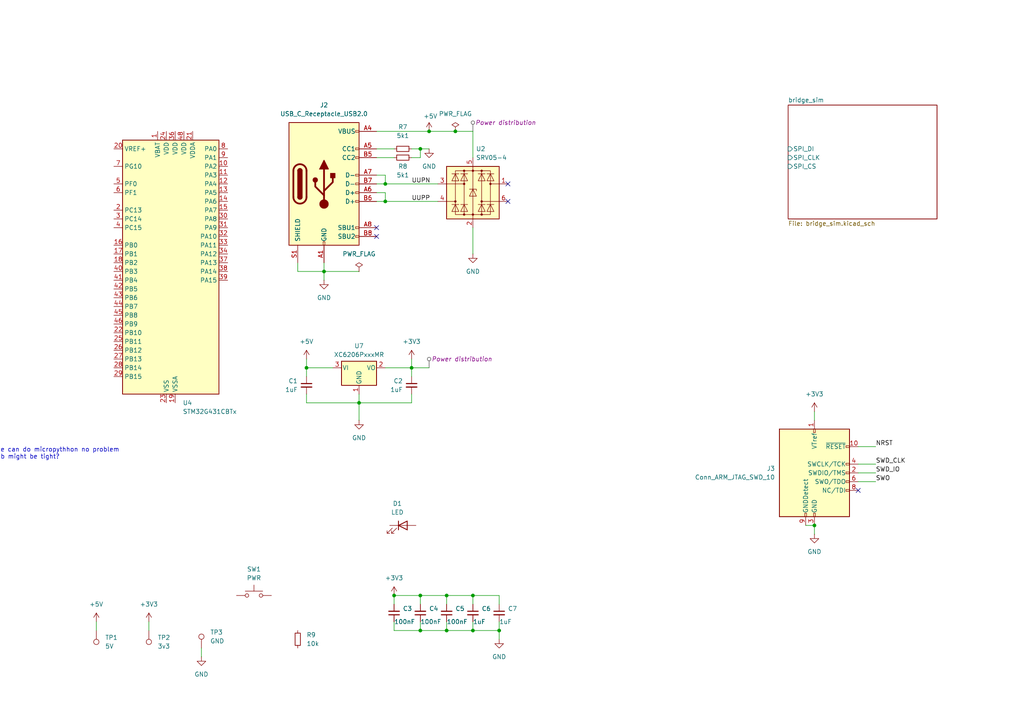
<source format=kicad_sch>
(kicad_sch (version 20231120) (generator "eeschema") (generator_version "8.0")
  (paper "A4")
  (lib_symbols
    (symbol "Connector:Conn_ARM_JTAG_SWD_10" (pin_names (offset 1.016))
      (property "Reference" "J" (at -2.54 16.51 0))
      (property "Value" "Conn_ARM_JTAG_SWD_10" (at -2.54 13.97 0))
      (symbol "Conn_ARM_JTAG_SWD_10_0_1"
        (rectangle (start -10.16 12.7) (end 10.16 -12.7) (stroke (width 0.254)) (fill (type background)))
        (rectangle (start -2.794 -12.7) (end -2.286 -11.684))
        (rectangle (start -0.254 -12.7) (end 0.254 -11.684))
        (rectangle (start -0.254 12.7) (end 0.254 11.684))
        (rectangle (start 9.144 2.286) (end 10.16 2.794))
        (rectangle (start 10.16 -2.794) (end 9.144 -2.286))
        (rectangle (start 10.16 -0.254) (end 9.144 0.254))
        (rectangle (start 10.16 7.874) (end 9.144 7.366))
      )
      (symbol "Conn_ARM_JTAG_SWD_10_1_1"
        (rectangle (start 9.144 -5.334) (end 10.16 -4.826))
        (pin power_in line (at 0 15.24 270) (length 2.54) (name "VTref") (number "1"))
        (pin open_collector line (at 12.7 7.62 180) (length 2.54) (name "~{RESET}") (number "10"))
        (pin bidirectional line (at 12.7 0 180) (length 2.54) (name "SWDIO/TMS") (number "2"))
        (pin power_in line (at 0 -15.24 90) (length 2.54) (name "GND") (number "3"))
        (pin output line (at 12.7 2.54 180) (length 2.54) (name "SWCLK/TCK") (number "4"))
        (pin passive line (at 0 -15.24 90) (length 2.54) hide (name "GND") (number "5"))
        (pin input line (at 12.7 -2.54 180) (length 2.54) (name "SWO/TDO") (number "6"))
        (pin no_connect line (at -10.16 0 0) (length 2.54) hide (name "KEY") (number "7"))
        (pin output line (at 12.7 -5.08 180) (length 2.54) (name "NC/TDI") (number "8"))
        (pin passive line (at -2.54 -15.24 90) (length 2.54) (name "GNDDetect") (number "9"))
      )
    )
    (symbol "Connector:TestPoint" (pin_numbers hide) (pin_names (offset 0.762) hide)
      (property "Reference" "TP" (at 0 6.858 0))
      (property "Value" "TestPoint" (at 0 5.08 0))
      (symbol "TestPoint_0_1"
        (circle (center 0 3.302) (radius 0.762))
      )
      (symbol "TestPoint_1_1"
        (pin passive line (at 0 0 90) (length 2.54) (name "1") (number "1"))
      )
    )
    (symbol "Connector:USB_C_Receptacle_USB2.0" (pin_names (offset 1.016))
      (property "Reference" "J" (at -10.16 19.05 0))
      (property "Value" "USB_C_Receptacle_USB2.0" (at 19.05 19.05 0))
      (symbol "USB_C_Receptacle_USB2.0_0_0"
        (rectangle (start -0.254 -17.78) (end 0.254 -16.764))
        (rectangle (start 10.16 -14.986) (end 9.144 -15.494))
        (rectangle (start 10.16 -12.446) (end 9.144 -12.954))
        (rectangle (start 10.16 -4.826) (end 9.144 -5.334))
        (rectangle (start 10.16 -2.286) (end 9.144 -2.794))
        (rectangle (start 10.16 0.254) (end 9.144 -0.254))
        (rectangle (start 10.16 2.794) (end 9.144 2.286))
        (rectangle (start 10.16 7.874) (end 9.144 7.366))
        (rectangle (start 10.16 10.414) (end 9.144 9.906))
        (rectangle (start 10.16 15.494) (end 9.144 14.986))
      )
      (symbol "USB_C_Receptacle_USB2.0_0_1"
        (rectangle (start -10.16 17.78) (end 10.16 -17.78) (stroke (width 0.254)) (fill (type background)))
        (arc (start -8.89 -3.81) (mid -6.985 -5.7067) (end -5.08 -3.81) (stroke (width 0.508)))
        (arc (start -7.62 -3.81) (mid -6.985 -4.4423) (end -6.35 -3.81) (stroke (width 0.254)))
        (arc (start -7.62 -3.81) (mid -6.985 -4.4423) (end -6.35 -3.81) (stroke (width 0.254)) (fill (type outline)))
        (rectangle (start -7.62 -3.81) (end -6.35 3.81) (stroke (width 0.254)) (fill (type outline)))
        (arc (start -6.35 3.81) (mid -6.985 4.4423) (end -7.62 3.81) (stroke (width 0.254)))
        (arc (start -6.35 3.81) (mid -6.985 4.4423) (end -7.62 3.81) (stroke (width 0.254)) (fill (type outline)))
        (arc (start -5.08 3.81) (mid -6.985 5.7067) (end -8.89 3.81) (stroke (width 0.508)))
        (circle (center -2.54 1.143) (radius 0.635) (stroke (width 0.254)) (fill (type outline)))
        (circle (center 0 -5.842) (radius 1.27) (fill (type outline)))
        (polyline (pts (xy -8.89 -3.81) (xy -8.89 3.81)) (stroke (width 0.508)))
        (polyline (pts (xy -5.08 3.81) (xy -5.08 -3.81)) (stroke (width 0.508)))
        (polyline (pts (xy 0 -5.842) (xy 0 4.318)) (stroke (width 0.508)))
        (polyline (pts (xy 0 -3.302) (xy -2.54 -0.762) (xy -2.54 0.508)) (stroke (width 0.508)))
        (polyline (pts (xy 0 -2.032) (xy 2.54 0.508) (xy 2.54 1.778)) (stroke (width 0.508)))
        (polyline (pts (xy -1.27 4.318) (xy 0 6.858) (xy 1.27 4.318) (xy -1.27 4.318)) (stroke (width 0.254)) (fill (type outline)))
        (rectangle (start 1.905 1.778) (end 3.175 3.048) (stroke (width 0.254)) (fill (type outline)))
      )
      (symbol "USB_C_Receptacle_USB2.0_1_1"
        (pin passive line (at 0 -22.86 90) (length 5.08) (name "GND") (number "A1"))
        (pin passive line (at 0 -22.86 90) (length 5.08) hide (name "GND") (number "A12"))
        (pin passive line (at 15.24 15.24 180) (length 5.08) (name "VBUS") (number "A4"))
        (pin bidirectional line (at 15.24 10.16 180) (length 5.08) (name "CC1") (number "A5"))
        (pin bidirectional line (at 15.24 -2.54 180) (length 5.08) (name "D+") (number "A6"))
        (pin bidirectional line (at 15.24 2.54 180) (length 5.08) (name "D-") (number "A7"))
        (pin bidirectional line (at 15.24 -12.7 180) (length 5.08) (name "SBU1") (number "A8"))
        (pin passive line (at 15.24 15.24 180) (length 5.08) hide (name "VBUS") (number "A9"))
        (pin passive line (at 0 -22.86 90) (length 5.08) hide (name "GND") (number "B1"))
        (pin passive line (at 0 -22.86 90) (length 5.08) hide (name "GND") (number "B12"))
        (pin passive line (at 15.24 15.24 180) (length 5.08) hide (name "VBUS") (number "B4"))
        (pin bidirectional line (at 15.24 7.62 180) (length 5.08) (name "CC2") (number "B5"))
        (pin bidirectional line (at 15.24 -5.08 180) (length 5.08) (name "D+") (number "B6"))
        (pin bidirectional line (at 15.24 0 180) (length 5.08) (name "D-") (number "B7"))
        (pin bidirectional line (at 15.24 -15.24 180) (length 5.08) (name "SBU2") (number "B8"))
        (pin passive line (at 15.24 15.24 180) (length 5.08) hide (name "VBUS") (number "B9"))
        (pin passive line (at -7.62 -22.86 90) (length 5.08) (name "SHIELD") (number "S1"))
      )
    )
    (symbol "Device:C_Small" (pin_numbers hide) (pin_names (offset 0.254) hide)
      (property "Reference" "C" (at 0.254 1.778 0))
      (property "Value" "C_Small" (at 0.254 -2.032 0))
      (symbol "C_Small_0_1"
        (polyline (pts (xy -1.524 -0.508) (xy 1.524 -0.508)) (stroke (width 0.3302)))
        (polyline (pts (xy -1.524 0.508) (xy 1.524 0.508)) (stroke (width 0.3048)))
      )
      (symbol "C_Small_1_1"
        (pin passive line (at 0 2.54 270) (length 2.032) (name "~") (number "1"))
        (pin passive line (at 0 -2.54 90) (length 2.032) (name "~") (number "2"))
      )
    )
    (symbol "Device:LED" (pin_numbers hide) (pin_names (offset 1.016) hide)
      (property "Reference" "D" (at 0 2.54 0))
      (property "Value" "LED" (at 0 -2.54 0))
      (symbol "LED_0_1"
        (polyline (pts (xy -1.27 -1.27) (xy -1.27 1.27)) (stroke (width 0.254)))
        (polyline (pts (xy -1.27 0) (xy 1.27 0)))
        (polyline (pts (xy 1.27 -1.27) (xy 1.27 1.27) (xy -1.27 0) (xy 1.27 -1.27)) (stroke (width 0.254)))
        (polyline (pts (xy -3.048 -0.762) (xy -4.572 -2.286) (xy -3.81 -2.286) (xy -4.572 -2.286) (xy -4.572 -1.524)))
        (polyline (pts (xy -1.778 -0.762) (xy -3.302 -2.286) (xy -2.54 -2.286) (xy -3.302 -2.286) (xy -3.302 -1.524)))
      )
      (symbol "LED_1_1"
        (pin passive line (at -3.81 0 0) (length 2.54) (name "K") (number "1"))
        (pin passive line (at 3.81 0 180) (length 2.54) (name "A") (number "2"))
      )
    )
    (symbol "Device:R_Small" (pin_numbers hide) (pin_names (offset 0.254) hide)
      (property "Reference" "R" (at 0.762 0.508 0))
      (property "Value" "R_Small" (at 0.762 -1.016 0))
      (symbol "R_Small_0_1"
        (rectangle (start -0.762 1.778) (end 0.762 -1.778) (stroke (width 0.2032)))
      )
      (symbol "R_Small_1_1"
        (pin passive line (at 0 2.54 270) (length 0.762) (name "~") (number "1"))
        (pin passive line (at 0 -2.54 90) (length 0.762) (name "~") (number "2"))
      )
    )
    (symbol "MCU_ST_STM32F4:STM32F411CEUx"
      (property "Reference" "U" (at -12.7 39.37 0))
      (property "Value" "STM32F411CEUx" (at 10.16 39.37 0))
      (symbol "STM32F411CEUx_0_1"
        (rectangle (start -12.7 -38.1) (end 15.24 38.1) (stroke (width 0.254)) (fill (type background)))
      )
      (symbol "STM32F411CEUx_1_1"
        (pin power_in line (at -2.54 40.64 270) (length 2.54) (name "VBAT") (number "1"))
        (pin bidirectional line (at 17.78 35.56 180) (length 2.54) (name "PA0") (number "10"))
        (pin bidirectional line (at 17.78 33.02 180) (length 2.54) (name "PA1") (number "11"))
        (pin bidirectional line (at 17.78 30.48 180) (length 2.54) (name "PA2") (number "12"))
        (pin bidirectional line (at 17.78 27.94 180) (length 2.54) (name "PA3") (number "13"))
        (pin bidirectional line (at 17.78 25.4 180) (length 2.54) (name "PA4") (number "14"))
        (pin bidirectional line (at 17.78 22.86 180) (length 2.54) (name "PA5") (number "15"))
        (pin bidirectional line (at 17.78 20.32 180) (length 2.54) (name "PA6") (number "16"))
        (pin bidirectional line (at 17.78 17.78 180) (length 2.54) (name "PA7") (number "17"))
        (pin bidirectional line (at -15.24 7.62 0) (length 2.54) (name "PB0") (number "18"))
        (pin bidirectional line (at -15.24 5.08 0) (length 2.54) (name "PB1") (number "19"))
        (pin bidirectional line (at -15.24 17.78 0) (length 2.54) (name "PC13") (number "2"))
        (pin bidirectional line (at -15.24 2.54 0) (length 2.54) (name "PB2") (number "20"))
        (pin bidirectional line (at -15.24 -17.78 0) (length 2.54) (name "PB10") (number "21"))
        (pin power_out line (at -15.24 -33.02 0) (length 2.54) (name "VCAP1") (number "22"))
        (pin power_in line (at 0 -40.64 90) (length 2.54) (name "VSS") (number "23"))
        (pin power_in line (at 0 40.64 270) (length 2.54) (name "VDD") (number "24"))
        (pin bidirectional line (at -15.24 -20.32 0) (length 2.54) (name "PB12") (number "25"))
        (pin bidirectional line (at -15.24 -22.86 0) (length 2.54) (name "PB13") (number "26"))
        (pin bidirectional line (at -15.24 -25.4 0) (length 2.54) (name "PB14") (number "27"))
        (pin bidirectional line (at -15.24 -27.94 0) (length 2.54) (name "PB15") (number "28"))
        (pin bidirectional line (at 17.78 15.24 180) (length 2.54) (name "PA8") (number "29"))
        (pin bidirectional line (at -15.24 15.24 0) (length 2.54) (name "PC14") (number "3"))
        (pin bidirectional line (at 17.78 12.7 180) (length 2.54) (name "PA9") (number "30"))
        (pin bidirectional line (at 17.78 10.16 180) (length 2.54) (name "PA10") (number "31"))
        (pin bidirectional line (at 17.78 7.62 180) (length 2.54) (name "PA11") (number "32"))
        (pin bidirectional line (at 17.78 5.08 180) (length 2.54) (name "PA12") (number "33"))
        (pin bidirectional line (at 17.78 2.54 180) (length 2.54) (name "PA13") (number "34"))
        (pin passive line (at 0 -40.64 90) (length 2.54) hide (name "VSS") (number "35"))
        (pin power_in line (at 2.54 40.64 270) (length 2.54) (name "VDD") (number "36"))
        (pin bidirectional line (at 17.78 0 180) (length 2.54) (name "PA14") (number "37"))
        (pin bidirectional line (at 17.78 -2.54 180) (length 2.54) (name "PA15") (number "38"))
        (pin bidirectional line (at -15.24 0 0) (length 2.54) (name "PB3") (number "39"))
        (pin bidirectional line (at -15.24 12.7 0) (length 2.54) (name "PC15") (number "4"))
        (pin bidirectional line (at -15.24 -2.54 0) (length 2.54) (name "PB4") (number "40"))
        (pin bidirectional line (at -15.24 -5.08 0) (length 2.54) (name "PB5") (number "41"))
        (pin bidirectional line (at -15.24 -7.62 0) (length 2.54) (name "PB6") (number "42"))
        (pin bidirectional line (at -15.24 -10.16 0) (length 2.54) (name "PB7") (number "43"))
        (pin input line (at -15.24 30.48 0) (length 2.54) (name "BOOT0") (number "44"))
        (pin bidirectional line (at -15.24 -12.7 0) (length 2.54) (name "PB8") (number "45"))
        (pin bidirectional line (at -15.24 -15.24 0) (length 2.54) (name "PB9") (number "46"))
        (pin passive line (at 0 -40.64 90) (length 2.54) hide (name "VSS") (number "47"))
        (pin power_in line (at 5.08 40.64 270) (length 2.54) (name "VDD") (number "48"))
        (pin passive line (at 0 -40.64 90) (length 2.54) hide (name "VSS") (number "49"))
        (pin bidirectional line (at -15.24 25.4 0) (length 2.54) (name "PH0") (number "5"))
        (pin bidirectional line (at -15.24 22.86 0) (length 2.54) (name "PH1") (number "6"))
        (pin input line (at -15.24 35.56 0) (length 2.54) (name "NRST") (number "7"))
        (pin power_in line (at 2.54 -40.64 90) (length 2.54) (name "VSSA") (number "8"))
        (pin power_in line (at 7.62 40.64 270) (length 2.54) (name "VDDA") (number "9"))
      )
    )
    (symbol "MCU_ST_STM32G4:STM32G431CBTx"
      (property "Reference" "U" (at -12.7 39.37 0))
      (property "Value" "STM32G431CBTx" (at 10.16 39.37 0))
      (symbol "STM32G431CBTx_0_1"
        (rectangle (start -12.7 -35.56) (end 15.24 38.1) (stroke (width 0.254)) (fill (type background)))
      )
      (symbol "STM32G431CBTx_1_1"
        (pin power_in line (at -2.54 40.64 270) (length 2.54) (name "VBAT") (number "1"))
        (pin bidirectional line (at 17.78 30.48 180) (length 2.54) (name "PA2") (number "10"))
        (pin bidirectional line (at 17.78 27.94 180) (length 2.54) (name "PA3") (number "11"))
        (pin bidirectional line (at 17.78 25.4 180) (length 2.54) (name "PA4") (number "12"))
        (pin bidirectional line (at 17.78 22.86 180) (length 2.54) (name "PA5") (number "13"))
        (pin bidirectional line (at 17.78 20.32 180) (length 2.54) (name "PA6") (number "14"))
        (pin bidirectional line (at 17.78 17.78 180) (length 2.54) (name "PA7") (number "15"))
        (pin bidirectional line (at -15.24 7.62 0) (length 2.54) (name "PB0") (number "16"))
        (pin bidirectional line (at -15.24 5.08 0) (length 2.54) (name "PB1") (number "17"))
        (pin bidirectional line (at -15.24 2.54 0) (length 2.54) (name "PB2") (number "18"))
        (pin power_in line (at 2.54 -38.1 90) (length 2.54) (name "VSSA") (number "19"))
        (pin bidirectional line (at -15.24 17.78 0) (length 2.54) (name "PC13") (number "2"))
        (pin input line (at -15.24 35.56 0) (length 2.54) (name "VREF+") (number "20"))
        (pin power_in line (at 7.62 40.64 270) (length 2.54) (name "VDDA") (number "21"))
        (pin bidirectional line (at -15.24 -17.78 0) (length 2.54) (name "PB10") (number "22"))
        (pin power_in line (at 0 -38.1 90) (length 2.54) (name "VSS") (number "23"))
        (pin power_in line (at 0 40.64 270) (length 2.54) (name "VDD") (number "24"))
        (pin bidirectional line (at -15.24 -20.32 0) (length 2.54) (name "PB11") (number "25"))
        (pin bidirectional line (at -15.24 -22.86 0) (length 2.54) (name "PB12") (number "26"))
        (pin bidirectional line (at -15.24 -25.4 0) (length 2.54) (name "PB13") (number "27"))
        (pin bidirectional line (at -15.24 -27.94 0) (length 2.54) (name "PB14") (number "28"))
        (pin bidirectional line (at -15.24 -30.48 0) (length 2.54) (name "PB15") (number "29"))
        (pin bidirectional line (at -15.24 15.24 0) (length 2.54) (name "PC14") (number "3"))
        (pin bidirectional line (at 17.78 15.24 180) (length 2.54) (name "PA8") (number "30"))
        (pin bidirectional line (at 17.78 12.7 180) (length 2.54) (name "PA9") (number "31"))
        (pin bidirectional line (at 17.78 10.16 180) (length 2.54) (name "PA10") (number "32"))
        (pin bidirectional line (at 17.78 7.62 180) (length 2.54) (name "PA11") (number "33"))
        (pin bidirectional line (at 17.78 5.08 180) (length 2.54) (name "PA12") (number "34"))
        (pin passive line (at 0 -38.1 90) (length 2.54) hide (name "VSS") (number "35"))
        (pin power_in line (at 2.54 40.64 270) (length 2.54) (name "VDD") (number "36"))
        (pin bidirectional line (at 17.78 2.54 180) (length 2.54) (name "PA13") (number "37"))
        (pin bidirectional line (at 17.78 0 180) (length 2.54) (name "PA14") (number "38"))
        (pin bidirectional line (at 17.78 -2.54 180) (length 2.54) (name "PA15") (number "39"))
        (pin bidirectional line (at -15.24 12.7 0) (length 2.54) (name "PC15") (number "4"))
        (pin bidirectional line (at -15.24 0 0) (length 2.54) (name "PB3") (number "40"))
        (pin bidirectional line (at -15.24 -2.54 0) (length 2.54) (name "PB4") (number "41"))
        (pin bidirectional line (at -15.24 -5.08 0) (length 2.54) (name "PB5") (number "42"))
        (pin bidirectional line (at -15.24 -7.62 0) (length 2.54) (name "PB6") (number "43"))
        (pin bidirectional line (at -15.24 -10.16 0) (length 2.54) (name "PB7") (number "44"))
        (pin bidirectional line (at -15.24 -12.7 0) (length 2.54) (name "PB8") (number "45"))
        (pin bidirectional line (at -15.24 -15.24 0) (length 2.54) (name "PB9") (number "46"))
        (pin passive line (at 0 -38.1 90) (length 2.54) hide (name "VSS") (number "47"))
        (pin power_in line (at 5.08 40.64 270) (length 2.54) (name "VDD") (number "48"))
        (pin bidirectional line (at -15.24 25.4 0) (length 2.54) (name "PF0") (number "5"))
        (pin bidirectional line (at -15.24 22.86 0) (length 2.54) (name "PF1") (number "6"))
        (pin bidirectional line (at -15.24 30.48 0) (length 2.54) (name "PG10") (number "7"))
        (pin bidirectional line (at 17.78 35.56 180) (length 2.54) (name "PA0") (number "8"))
        (pin bidirectional line (at 17.78 33.02 180) (length 2.54) (name "PA1") (number "9"))
      )
    )
    (symbol "RF_Module:ESP32-S3-MINI-1"
      (property "Reference" "U" (at -11.43 29.21 0))
      (property "Value" "ESP32-S3-MINI-1" (at 12.7 29.21 0))
      (symbol "ESP32-S3-MINI-1_0_1"
        (rectangle (start -12.7 27.94) (end 12.7 -27.94) (stroke (width 0.254)) (fill (type background)))
      )
      (symbol "ESP32-S3-MINI-1_1_1"
        (pin power_in line (at 0 -30.48 90) (length 2.54) (name "GND") (number "1"))
        (pin bidirectional line (at -15.24 5.08 0) (length 2.54) (name "IO6") (number "10"))
        (pin bidirectional line (at -15.24 2.54 0) (length 2.54) (name "IO7") (number "11"))
        (pin bidirectional line (at -15.24 0 0) (length 2.54) (name "IO8") (number "12"))
        (pin bidirectional line (at -15.24 -2.54 0) (length 2.54) (name "IO9") (number "13"))
        (pin bidirectional line (at -15.24 -5.08 0) (length 2.54) (name "IO10") (number "14"))
        (pin bidirectional line (at -15.24 -7.62 0) (length 2.54) (name "IO11") (number "15"))
        (pin bidirectional line (at -15.24 -10.16 0) (length 2.54) (name "IO12") (number "16"))
        (pin bidirectional line (at -15.24 -12.7 0) (length 2.54) (name "IO13") (number "17"))
        (pin bidirectional line (at -15.24 -15.24 0) (length 2.54) (name "IO14") (number "18"))
        (pin bidirectional line (at -15.24 -17.78 0) (length 2.54) (name "IO15") (number "19"))
        (pin passive line (at 0 -30.48 90) (length 2.54) hide (name "GND") (number "2"))
        (pin bidirectional line (at -15.24 -20.32 0) (length 2.54) (name "IO16") (number "20"))
        (pin bidirectional line (at -15.24 -22.86 0) (length 2.54) (name "IO17") (number "21"))
        (pin bidirectional line (at -15.24 -25.4 0) (length 2.54) (name "IO18") (number "22"))
        (pin bidirectional line (at 15.24 17.78 180) (length 2.54) (name "IO19") (number "23"))
        (pin bidirectional line (at 15.24 15.24 180) (length 2.54) (name "IO20") (number "24"))
        (pin bidirectional line (at 15.24 12.7 180) (length 2.54) (name "IO21") (number "25"))
        (pin bidirectional line (at 15.24 10.16 180) (length 2.54) (name "IO26") (number "26"))
        (pin bidirectional line (at 15.24 -22.86 180) (length 2.54) (name "IO47") (number "27"))
        (pin bidirectional line (at 15.24 7.62 180) (length 2.54) (name "IO33") (number "28"))
        (pin bidirectional line (at 15.24 5.08 180) (length 2.54) (name "IO34") (number "29"))
        (pin power_in line (at 0 30.48 270) (length 2.54) (name "3V3") (number "3"))
        (pin bidirectional line (at 15.24 -25.4 180) (length 2.54) (name "IO48") (number "30"))
        (pin bidirectional line (at 15.24 2.54 180) (length 2.54) (name "IO35") (number "31"))
        (pin bidirectional line (at 15.24 0 180) (length 2.54) (name "IO36") (number "32"))
        (pin bidirectional line (at 15.24 -2.54 180) (length 2.54) (name "IO37") (number "33"))
        (pin bidirectional line (at 15.24 -5.08 180) (length 2.54) (name "IO38") (number "34"))
        (pin bidirectional line (at 15.24 -7.62 180) (length 2.54) (name "IO39") (number "35"))
        (pin bidirectional line (at 15.24 -10.16 180) (length 2.54) (name "IO40") (number "36"))
        (pin bidirectional line (at 15.24 -12.7 180) (length 2.54) (name "IO41") (number "37"))
        (pin bidirectional line (at 15.24 -15.24 180) (length 2.54) (name "IO42") (number "38"))
        (pin bidirectional line (at 15.24 25.4 180) (length 2.54) (name "TXD0") (number "39"))
        (pin bidirectional line (at -15.24 20.32 0) (length 2.54) (name "IO0") (number "4"))
        (pin bidirectional line (at 15.24 22.86 180) (length 2.54) (name "RXD0") (number "40"))
        (pin bidirectional line (at 15.24 -17.78 180) (length 2.54) (name "IO45") (number "41"))
        (pin passive line (at 0 -30.48 90) (length 2.54) hide (name "GND") (number "42"))
        (pin passive line (at 0 -30.48 90) (length 2.54) hide (name "GND") (number "43"))
        (pin bidirectional line (at 15.24 -20.32 180) (length 2.54) (name "IO46") (number "44"))
        (pin input line (at -15.24 25.4 0) (length 2.54) (name "EN") (number "45"))
        (pin passive line (at 0 -30.48 90) (length 2.54) hide (name "GND") (number "46"))
        (pin passive line (at 0 -30.48 90) (length 2.54) hide (name "GND") (number "47"))
        (pin passive line (at 0 -30.48 90) (length 2.54) hide (name "GND") (number "48"))
        (pin passive line (at 0 -30.48 90) (length 2.54) hide (name "GND") (number "49"))
        (pin bidirectional line (at -15.24 17.78 0) (length 2.54) (name "IO1") (number "5"))
        (pin passive line (at 0 -30.48 90) (length 2.54) hide (name "GND") (number "50"))
        (pin passive line (at 0 -30.48 90) (length 2.54) hide (name "GND") (number "51"))
        (pin passive line (at 0 -30.48 90) (length 2.54) hide (name "GND") (number "52"))
        (pin passive line (at 0 -30.48 90) (length 2.54) hide (name "GND") (number "53"))
        (pin passive line (at 0 -30.48 90) (length 2.54) hide (name "GND") (number "54"))
        (pin passive line (at 0 -30.48 90) (length 2.54) hide (name "GND") (number "55"))
        (pin passive line (at 0 -30.48 90) (length 2.54) hide (name "GND") (number "56"))
        (pin passive line (at 0 -30.48 90) (length 2.54) hide (name "GND") (number "57"))
        (pin passive line (at 0 -30.48 90) (length 2.54) hide (name "GND") (number "58"))
        (pin passive line (at 0 -30.48 90) (length 2.54) hide (name "GND") (number "59"))
        (pin bidirectional line (at -15.24 15.24 0) (length 2.54) (name "IO2") (number "6"))
        (pin passive line (at 0 -30.48 90) (length 2.54) hide (name "GND") (number "60"))
        (pin passive line (at 0 -30.48 90) (length 2.54) hide (name "GND") (number "61"))
        (pin passive line (at 0 -30.48 90) (length 2.54) hide (name "GND") (number "62"))
        (pin passive line (at 0 -30.48 90) (length 2.54) hide (name "GND") (number "63"))
        (pin passive line (at 0 -30.48 90) (length 2.54) hide (name "GND") (number "64"))
        (pin passive line (at 0 -30.48 90) (length 2.54) hide (name "GND") (number "65"))
        (pin bidirectional line (at -15.24 12.7 0) (length 2.54) (name "IO3") (number "7"))
        (pin bidirectional line (at -15.24 10.16 0) (length 2.54) (name "IO4") (number "8"))
        (pin bidirectional line (at -15.24 7.62 0) (length 2.54) (name "IO5") (number "9"))
      )
    )
    (symbol "Regulator_Linear:XC6206PxxxMR" (pin_names (offset 0.254))
      (property "Reference" "U" (at -3.81 3.175 0))
      (property "Value" "XC6206PxxxMR" (at 0 3.175 0))
      (symbol "XC6206PxxxMR_0_1"
        (rectangle (start -5.08 1.905) (end 5.08 -5.08) (stroke (width 0.254)) (fill (type background)))
      )
      (symbol "XC6206PxxxMR_1_1"
        (pin power_in line (at 0 -7.62 90) (length 2.54) (name "GND") (number "1"))
        (pin power_out line (at 7.62 0 180) (length 2.54) (name "VO") (number "2"))
        (pin power_in line (at -7.62 0 0) (length 2.54) (name "VI") (number "3"))
      )
    )
    (symbol "Switch:SW_Push" (pin_numbers hide) (pin_names (offset 1.016) hide)
      (property "Reference" "SW" (at 1.27 2.54 0))
      (property "Value" "SW_Push" (at 0 -1.524 0))
      (symbol "SW_Push_0_1"
        (circle (center -2.032 0) (radius 0.508))
        (polyline (pts (xy 0 1.27) (xy 0 3.048)))
        (polyline (pts (xy 2.54 1.27) (xy -2.54 1.27)))
        (circle (center 2.032 0) (radius 0.508))
        (pin passive line (at -5.08 0 0) (length 2.54) (name "1") (number "1"))
        (pin passive line (at 5.08 0 180) (length 2.54) (name "2") (number "2"))
      )
    )
    (symbol "karl-parts:SRV05-4" (pin_names hide)
      (property "Reference" "U" (at 2.54 8.89 0))
      (property "Value" "SRV05-4" (at 2.54 -8.89 0))
      (symbol "SRV05-4_0_1"
        (rectangle (start -7.62 7.62) (end 7.62 -7.62) (stroke (width 0.254)) (fill (type background)))
        (circle (center -5.08 2.54) (radius 0.254) (fill (type outline)))
        (circle (center -2.54 -6.35) (radius 0.254) (fill (type outline)))
        (circle (center -2.54 -2.54) (radius 0.254) (fill (type outline)))
        (circle (center -2.54 6.35) (radius 0.254) (fill (type outline)))
        (rectangle (start -2.54 6.35) (end 2.54 -6.35))
        (circle (center 0 -6.35) (radius 0.254) (fill (type outline)))
        (polyline (pts (xy -5.08 2.54) (xy -7.62 2.54)))
        (polyline (pts (xy -4.064 -3.429) (xy -6.096 -3.429)))
        (polyline (pts (xy -4.064 5.461) (xy -6.096 5.461)))
        (polyline (pts (xy -2.54 -2.54) (xy -7.62 -2.54)))
        (polyline (pts (xy -1.524 -3.429) (xy -3.556 -3.429)))
        (polyline (pts (xy -1.524 5.461) (xy -3.556 5.461)))
        (polyline (pts (xy 0 -7.62) (xy 0 -6.35)))
        (polyline (pts (xy 0 -6.35) (xy 0 1.27)))
        (polyline (pts (xy 0 1.27) (xy 0 6.35)))
        (polyline (pts (xy 0 6.35) (xy 0 7.62)))
        (polyline (pts (xy 1.524 -3.429) (xy 3.556 -3.429)))
        (polyline (pts (xy 1.524 5.461) (xy 3.556 5.461)))
        (polyline (pts (xy 2.54 2.54) (xy 7.62 2.54)))
        (polyline (pts (xy 4.064 -3.429) (xy 6.096 -3.429)))
        (polyline (pts (xy 4.064 5.461) (xy 6.096 5.461)))
        (polyline (pts (xy 5.08 -2.54) (xy 7.62 -2.54)))
        (polyline (pts (xy -6.096 -5.461) (xy -4.064 -5.461) (xy -5.08 -3.429) (xy -6.096 -5.461)))
        (polyline (pts (xy -6.096 3.429) (xy -4.064 3.429) (xy -5.08 5.461) (xy -6.096 3.429)))
        (polyline (pts (xy -3.556 -5.461) (xy -1.524 -5.461) (xy -2.54 -3.429) (xy -3.556 -5.461)))
        (polyline (pts (xy -3.556 3.429) (xy -1.524 3.429) (xy -2.54 5.461) (xy -3.556 3.429)))
        (polyline (pts (xy -2.54 6.35) (xy -5.08 6.35) (xy -5.08 -6.35) (xy -2.54 -6.35)))
        (polyline (pts (xy -1.016 -1.016) (xy 1.016 -1.016) (xy 0 1.016) (xy -1.016 -1.016)))
        (polyline (pts (xy 1.016 1.016) (xy 0.762 1.016) (xy -1.016 1.016) (xy -1.016 0.508)))
        (polyline (pts (xy 2.54 6.35) (xy 5.08 6.35) (xy 5.08 -6.35) (xy 2.54 -6.35)))
        (polyline (pts (xy 3.556 -5.461) (xy 1.524 -5.461) (xy 2.54 -3.429) (xy 3.556 -5.461)))
        (polyline (pts (xy 3.556 3.429) (xy 1.524 3.429) (xy 2.54 5.461) (xy 3.556 3.429)))
        (polyline (pts (xy 6.096 -5.461) (xy 4.064 -5.461) (xy 5.08 -3.429) (xy 6.096 -5.461)))
        (polyline (pts (xy 6.096 3.429) (xy 4.064 3.429) (xy 5.08 5.461) (xy 6.096 3.429)))
        (circle (center 0 6.35) (radius 0.254) (fill (type outline)))
        (circle (center 2.54 -6.35) (radius 0.254) (fill (type outline)))
        (circle (center 2.54 2.54) (radius 0.254) (fill (type outline)))
        (circle (center 2.54 6.35) (radius 0.254) (fill (type outline)))
        (circle (center 5.08 -2.54) (radius 0.254) (fill (type outline)))
      )
      (symbol "SRV05-4_1_1"
        (pin passive line (at -10.16 2.54 0) (length 2.54) (name "I/O1") (number "1"))
        (pin passive line (at 0 -10.16 90) (length 2.54) (name "GND") (number "2"))
        (pin passive line (at 10.16 2.54 180) (length 2.54) (name "I/O2") (number "3"))
        (pin passive line (at 10.16 -2.54 180) (length 2.54) (name "I/O3") (number "4"))
        (pin passive line (at 0 10.16 270) (length 2.54) (name "VBUS") (number "5"))
        (pin passive line (at -10.16 -2.54 0) (length 2.54) (name "I/O4") (number "6"))
      )
    )
    (symbol "power:+3V3" (power) (pin_names (offset 0))
      (property "Value" "+3V3" (at 0 3.556 0))
      (symbol "+3V3_0_1"
        (polyline (pts (xy -0.762 1.27) (xy 0 2.54)))
        (polyline (pts (xy 0 0) (xy 0 2.54)))
        (polyline (pts (xy 0 2.54) (xy 0.762 1.27)))
      )
      (symbol "+3V3_1_1"
        (pin power_in line (at 0 0 90) (length 0) hide (name "+3V3") (number "1"))
      )
    )
    (symbol "power:+5V" (power) (pin_names (offset 0))
      (property "Value" "+5V" (at 0 3.556 0))
      (symbol "+5V_0_1"
        (polyline (pts (xy -0.762 1.27) (xy 0 2.54)))
        (polyline (pts (xy 0 0) (xy 0 2.54)))
        (polyline (pts (xy 0 2.54) (xy 0.762 1.27)))
      )
      (symbol "+5V_1_1"
        (pin power_in line (at 0 0 90) (length 0) hide (name "+5V") (number "1"))
      )
    )
    (symbol "power:GND" (power) (pin_numbers hide) (pin_names (offset 0) hide)
      (property "Value" "GND" (at 0 -3.81 0))
      (symbol "GND_0_1"
        (polyline (pts (xy 0 0) (xy 0 -1.27) (xy 1.27 -1.27) (xy 0 -2.54) (xy -1.27 -1.27) (xy 0 -1.27)))
      )
      (symbol "GND_1_1"
        (pin power_in line (at 0 0 270) (length 0) (name "~") (number "1"))
      )
    )
    (symbol "power:PWR_FLAG" (power) (pin_numbers hide) (pin_names (offset 0) hide)
      (property "Value" "PWR_FLAG" (at 0 3.81 0))
      (symbol "PWR_FLAG_0_0"
        (pin power_out line (at 0 0 90) (length 0) (name "pwr") (number "1"))
      )
      (symbol "PWR_FLAG_0_1"
        (polyline (pts (xy 0 0) (xy 0 1.27) (xy -1.016 1.905) (xy 0 2.54) (xy 1.016 1.905) (xy 0 1.27)))
      )
    )
  )
  (junction (at 236.22 152.4))
  (junction (at 111.76 58.42))
  (junction (at 121.92 172.72))
  (junction (at 93.98 78.74))
  (junction (at 119.38 106.68))
  (junction (at 114.3 172.72))
  (junction (at 137.16 182.88))
  (junction (at 137.16 172.72))
  (junction (at 111.76 53.34))
  (junction (at 104.14 116.84))
  (junction (at 144.78 182.88))
  (junction (at 129.54 182.88))
  (junction (at 121.92 43.18))
  (junction (at 121.92 182.88))
  (junction (at 129.54 172.72))
  (junction (at 132.08 38.1))
  (junction (at 124.46 38.1))
  (junction (at 88.9 106.68))
  (no_connect (at 147.32 58.42))
  (no_connect (at 109.22 66.04))
  (no_connect (at 147.32 53.34))
  (no_connect (at 109.22 68.58))
  (no_connect (at 248.92 142.24))
  (wire (pts (xy 124.46 38.1) (xy 132.08 38.1)))
  (wire (pts (xy 254 134.62) (xy 248.92 134.62)))
  (wire (pts (xy 119.38 106.68) (xy 119.38 109.22)))
  (wire (pts (xy 114.3 172.72) (xy 121.92 172.72)))
  (wire (pts (xy 121.92 43.18) (xy 119.38 43.18)))
  (wire (pts (xy 104.14 116.84) (xy 104.14 121.92)))
  (wire (pts (xy 236.22 152.4) (xy 236.22 154.94)))
  (wire (pts (xy 104.14 114.3) (xy 104.14 116.84)))
  (wire (pts (xy 236.22 119.38) (xy 236.22 121.92)))
  (wire (pts (xy 137.16 175.26) (xy 137.16 172.72)))
  (wire (pts (xy 86.36 78.74) (xy 93.98 78.74)))
  (wire (pts (xy 111.76 53.34) (xy 127 53.34)))
  (wire (pts (xy 119.38 116.84) (xy 104.14 116.84)))
  (wire (pts (xy 111.76 58.42) (xy 127 58.42)))
  (wire (pts (xy 109.22 53.34) (xy 111.76 53.34)))
  (wire (pts (xy 233.68 152.4) (xy 236.22 152.4)))
  (wire (pts (xy 137.16 180.34) (xy 137.16 182.88)))
  (wire (pts (xy 119.38 114.3) (xy 119.38 116.84)))
  (wire (pts (xy 88.9 114.3) (xy 88.9 116.84)))
  (wire (pts (xy 121.92 175.26) (xy 121.92 172.72)))
  (wire (pts (xy 88.9 106.68) (xy 88.9 109.22)))
  (wire (pts (xy 114.3 175.26) (xy 114.3 172.72)))
  (wire (pts (xy 93.98 76.2) (xy 93.98 78.74)))
  (wire (pts (xy 86.36 76.2) (xy 86.36 78.74)))
  (wire (pts (xy 93.98 78.74) (xy 104.14 78.74)))
  (wire (pts (xy 129.54 172.72) (xy 137.16 172.72)))
  (wire (pts (xy 124.46 43.18) (xy 121.92 43.18)))
  (wire (pts (xy 137.16 66.04) (xy 137.16 73.66)))
  (wire (pts (xy 111.76 50.8) (xy 111.76 53.34)))
  (wire (pts (xy 144.78 175.26) (xy 144.78 172.72)))
  (wire (pts (xy 119.38 106.68) (xy 124.46 106.68)))
  (wire (pts (xy 129.54 180.34) (xy 129.54 182.88)))
  (wire (pts (xy 88.9 116.84) (xy 104.14 116.84)))
  (wire (pts (xy 137.16 182.88) (xy 144.78 182.88)))
  (wire (pts (xy 114.3 182.88) (xy 121.92 182.88)))
  (wire (pts (xy 109.22 45.72) (xy 114.3 45.72)))
  (wire (pts (xy 121.92 180.34) (xy 121.92 182.88)))
  (wire (pts (xy 137.16 38.1) (xy 137.16 45.72)))
  (wire (pts (xy 88.9 104.14) (xy 88.9 106.68)))
  (wire (pts (xy 144.78 180.34) (xy 144.78 182.88)))
  (wire (pts (xy 114.3 180.34) (xy 114.3 182.88)))
  (wire (pts (xy 248.92 129.54) (xy 254 129.54)))
  (wire (pts (xy 43.18 180.34) (xy 43.18 182.88)))
  (wire (pts (xy 111.76 58.42) (xy 111.76 55.88)))
  (wire (pts (xy 58.42 187.96) (xy 58.42 190.5)))
  (wire (pts (xy 137.16 172.72) (xy 144.78 172.72)))
  (wire (pts (xy 119.38 104.14) (xy 119.38 106.68)))
  (wire (pts (xy 109.22 50.8) (xy 111.76 50.8)))
  (wire (pts (xy 121.92 182.88) (xy 129.54 182.88)))
  (wire (pts (xy 109.22 38.1) (xy 124.46 38.1)))
  (wire (pts (xy 132.08 38.1) (xy 137.16 38.1)))
  (wire (pts (xy 121.92 172.72) (xy 129.54 172.72)))
  (wire (pts (xy 121.92 45.72) (xy 121.92 43.18)))
  (wire (pts (xy 129.54 182.88) (xy 137.16 182.88)))
  (wire (pts (xy 109.22 43.18) (xy 114.3 43.18)))
  (wire (pts (xy 111.76 106.68) (xy 119.38 106.68)))
  (wire (pts (xy 109.22 55.88) (xy 111.76 55.88)))
  (wire (pts (xy 254 137.16) (xy 248.92 137.16)))
  (wire (pts (xy 119.38 45.72) (xy 121.92 45.72)))
  (wire (pts (xy 144.78 182.88) (xy 144.78 185.42)))
  (wire (pts (xy 109.22 58.42) (xy 111.76 58.42)))
  (wire (pts (xy 27.94 180.34) (xy 27.94 182.88)))
  (wire (pts (xy 93.98 78.74) (xy 93.98 81.28)))
  (wire (pts (xy 88.9 106.68) (xy 96.52 106.68)))
  (wire (pts (xy 254 139.7) (xy 248.92 139.7)))
  (wire (pts (xy 129.54 175.26) (xy 129.54 172.72)))
  (text "f411ce can do micropythhon no problem\nf431cb might be tight?" (at -5.334 131.572 0) (effects (font (size 1.27 1.27)) (justify left)))
  (text "can also do micropython" (at -31.242 208.534 0) (effects (font (size 1.27 1.27)) (justify left)))
  (label "UUPP" (at 119.38 58.42 0))
  (label "SWD_CLK" (at 254 134.62 0))
  (label "SWO" (at 254 139.7 0))
  (label "SWD_IO" (at 254 137.16 0))
  (label "UUPN" (at 119.38 53.34 0))
  (label "NRST" (at 254 129.54 0))
  (netclass_flag "" (length 2.54) (shape round) (at 124.46 106.68 0) (property "Netclass" "Power distribution" (at 125.1585 104.14 0) (effects (font (italic yes)) (justify left))))
  (netclass_flag "" (length 2.54) (shape round) (at 137.16 38.1 0) (property "Netclass" "Power distribution" (at 137.8585 35.56 0) (effects (font (italic yes)) (justify left))))
  (symbol (lib_id "Device:C_Small") (at 144.78 177.8 0) (unit 1)
    (property "Reference" "C7" (at 147.32 176.5363 0) (effects (justify left)))
    (property "Value" "1uF" (at 144.78 180.34 0) (effects (justify left)))
    (property "Footprint" "Capacitor_SMD:C_0603_1608Metric" (effects (hide yes)))
    (property "MPN" "CL10A105KB8NNNC" (effects (hide yes)))
    (property "jlc-basic" "1" (effects (hide yes)))
    (property "lcsc#" "C15849" (effects (hide yes)))
    (property "jlcbasic" "basic" (effects (hide yes)))
  )
  (symbol (lib_id "Regulator_Linear:XC6206PxxxMR") (at 104.14 106.68 0) (unit 1)
    (property "Reference" "U7" (at 104.14 100.33 0))
    (property "Value" "XC6206PxxxMR" (at 104.14 102.87 0))
    (property "Footprint" "Package_TO_SOT_SMD:SOT-23-3" (effects (hide yes)))
    (property "Datasheet" "https://www.torexsemi.com/file/xc6206/XC6206.pdf" (effects (hide yes)))
    (property "MPN" "XC6206P332MR" (effects (hide yes)))
    (property "lcsc#" "C5446" (effects (hide yes)))
  )
  (symbol (lib_id "Connector:TestPoint") (at 27.94 182.88 180) (unit 1) (in_bom no)
    (property "Reference" "TP1" (at 30.48 184.912 0) (effects (justify right)))
    (property "Value" "5V" (at 30.48 187.452 0) (effects (justify right)))
    (property "Footprint" "TestPoint:TestPoint_THTPad_D1.5mm_Drill0.7mm" (effects (hide yes)))
  )
  (symbol (lib_id "MCU_ST_STM32F4:STM32F411CEUx") (at -22.86 76.2 0) (unit 1)
    (property "Reference" "U5" (at -18.1259 116.84 0) (effects (justify left)))
    (property "Value" "STM32F411CEUx" (at -18.1259 119.38 0) (effects (justify left)))
    (property "Footprint" "Package_DFN_QFN:QFN-48-1EP_7x7mm_P0.5mm_EP5.6x5.6mm" (effects (hide yes)))
    (property "Datasheet" "https://www.st.com/resource/en/datasheet/stm32f411ce.pdf" (effects (hide yes)))
    (property "Description" "STMicroelectronics Arm Cortex-M4 MCU, 512KB flash, 128KB RAM, 100 MHz, 1.7-3.6V, 36 GPIO, UFQFPN48" (effects (hide yes)))
  )
  (symbol (lib_id "Connector:TestPoint") (at 43.18 182.88 180) (unit 1) (in_bom no)
    (property "Reference" "TP2" (at 45.72 184.912 0) (effects (justify right)))
    (property "Value" "3v3" (at 45.72 187.452 0) (effects (justify right)))
    (property "Footprint" "TestPoint:TestPoint_THTPad_D1.5mm_Drill0.7mm" (effects (hide yes)))
  )
  (symbol (lib_id "power:+3V3") (at 119.38 104.14 0) (unit 1)
    (property "Reference" "#PWR09" (effects (hide yes)))
    (property "Value" "+3V3" (at 119.38 99.06 0))
  )
  (symbol (lib_id "Device:C_Small") (at 121.92 177.8 180) (unit 1)
    (property "Reference" "C4" (at 124.46 176.5236 0) (effects (justify right)))
    (property "Value" "100nF" (at 121.92 180.34 0) (effects (justify right)))
    (property "Footprint" "Capacitor_SMD:C_0603_1608Metric" (effects (hide yes)))
    (property "MPN" "CC0603KRX7R9BB104 " (effects (hide yes)))
    (property "lcsc#" "C14663" (effects (hide yes)))
    (property "jlc-basic" "1" (effects (hide yes)))
    (property "jlcbasic" "basic" (effects (hide yes)))
  )
  (symbol (lib_id "Connector:TestPoint") (at 58.42 187.96 0) (unit 1) (in_bom no)
    (property "Reference" "TP3" (at 60.96 183.388 0) (effects (justify left)))
    (property "Value" "GND" (at 60.96 185.928 0) (effects (justify left)))
    (property "Footprint" "TestPoint:TestPoint_THTPad_D1.5mm_Drill0.7mm" (effects (hide yes)))
  )
  (symbol (lib_id "Device:C_Small") (at 119.38 111.76 0) (unit 1)
    (property "Reference" "C2" (at 116.84 110.4963 0) (effects (justify right)))
    (property "Value" "1uF" (at 116.84 113.0363 0) (effects (justify right)))
    (property "Footprint" "Capacitor_SMD:C_0603_1608Metric" (effects (hide yes)))
    (property "MPN" "CL10A105KB8NNNC" (effects (hide yes)))
    (property "jlc-basic" "1" (effects (hide yes)))
    (property "lcsc#" "C15849" (effects (hide yes)))
    (property "jlcbasic" "basic" (effects (hide yes)))
  )
  (symbol (lib_id "RF_Module:ESP32-S3-MINI-1") (at -22.86 170.18 0) (unit 1)
    (property "Reference" "U6" (at -20.6659 137.16 0) (effects (justify left)))
    (property "Value" "ESP32-S3-MINI-1" (at -20.6659 139.7 0) (effects (justify left)))
    (property "Footprint" "RF_Module:ESP32-S2-MINI-1" (effects (hide yes)))
    (property "Datasheet" "https://www.espressif.com/sites/default/files/documentation/esp32-s3-mini-1_mini-1u_datasheet_en.pdf" (effects (hide yes)))
    (property "Description" "RF Module, ESP32-S3 SoC, Wi-Fi 802.11b/g/n, Bluetooth, BLE, 32-bit, 3.3V, SMD, onboard antenna" (effects (hide yes)))
  )
  (symbol (lib_id "power:GND") (at 58.42 190.5 0) (unit 1)
    (property "Reference" "#PWR016" (effects (hide yes)))
    (property "Value" "GND" (at 58.42 195.58 0))
  )
  (symbol (lib_id "power:GND") (at 104.14 121.92 0) (unit 1)
    (property "Reference" "#PWR08" (effects (hide yes)))
    (property "Value" "GND" (at 104.14 127 0))
  )
  (symbol (lib_id "Device:C_Small") (at 129.54 177.8 180) (unit 1)
    (property "Reference" "C5" (at 132.08 176.5236 0) (effects (justify right)))
    (property "Value" "100nF" (at 129.54 180.34 0) (effects (justify right)))
    (property "Footprint" "Capacitor_SMD:C_0603_1608Metric" (effects (hide yes)))
    (property "MPN" "CC0603KRX7R9BB104 " (effects (hide yes)))
    (property "lcsc#" "C14663" (effects (hide yes)))
    (property "jlc-basic" "1" (effects (hide yes)))
    (property "jlcbasic" "basic" (effects (hide yes)))
  )
  (symbol (lib_id "power:+3V3") (at 114.3 172.72 0) (unit 1)
    (property "Reference" "#PWR019" (effects (hide yes)))
    (property "Value" "+3V3" (at 114.3 167.64 0))
  )
  (symbol (lib_id "power:+3V3") (at 43.18 180.34 0) (unit 1)
    (property "Reference" "#PWR015" (effects (hide yes)))
    (property "Value" "+3V3" (at 43.18 175.26 0))
  )
  (symbol (lib_id "Device:C_Small") (at 88.9 111.76 0) (unit 1)
    (property "Reference" "C1" (at 86.36 110.4963 0) (effects (justify right)))
    (property "Value" "1uF" (at 86.36 113.0363 0) (effects (justify right)))
    (property "Footprint" "Capacitor_SMD:C_0603_1608Metric" (effects (hide yes)))
    (property "MPN" "CL10A105KB8NNNC" (effects (hide yes)))
    (property "jlc-basic" "1" (effects (hide yes)))
    (property "lcsc#" "C15849" (effects (hide yes)))
    (property "jlcbasic" "basic" (effects (hide yes)))
  )
  (symbol (lib_id "Connector:Conn_ARM_JTAG_SWD_10") (at 236.22 137.16 0) (unit 1)
    (property "Reference" "J3" (at 224.79 135.89 0) (effects (justify right)))
    (property "Value" "Conn_ARM_JTAG_SWD_10" (at 224.79 138.43 0) (effects (justify right)))
    (property "Footprint" "Connector_PinHeader_1.27mm:PinHeader_2x05_P1.27mm_Vertical_SMD" (effects (hide yes)))
    (property "Datasheet" "http://infocenter.arm.com/help/topic/com.arm.doc.ddi0314h/DDI0314H_coresight_components_trm.pdf" (effects (hide yes)))
    (property "MPN" "HB-PH9-12725PB2GOB" (effects (hide yes)))
    (property "lcsc#" "C6332249" (effects (hide yes)))
  )
  (symbol (lib_id "Device:R_Small") (at 86.36 185.42 180) (unit 1)
    (property "Reference" "R9" (at 88.9 184.15 0) (effects (justify right)))
    (property "Value" "10k" (at 88.9 186.69 0) (effects (justify right)))
    (property "Footprint" "Resistor_SMD:R_0603_1608Metric" (effects (hide yes)))
    (property "MPN" "0603WAF1002T5E" (effects (hide yes)))
    (property "jlc-basic" "1" (effects (hide yes)))
    (property "lcsc#" "C25804" (effects (hide yes)))
  )
  (symbol (lib_id "Device:R_Small") (at 116.84 45.72 90) (unit 1)
    (property "Reference" "R8" (at 116.84 48.26 90))
    (property "Value" "5k1" (at 116.84 50.8 90))
    (property "Footprint" "Resistor_SMD:R_0603_1608Metric" (effects (hide yes)))
    (property "lcsc#" "C23186" (effects (hide yes)))
    (property "MPN" "0603WAF5101T5E" (effects (hide yes)))
    (property "jlc-basic" "1" (effects (hide yes)))
    (property "jlcbasic" "basic" (effects (hide yes)))
  )
  (symbol (lib_id "Connector:USB_C_Receptacle_USB2.0") (at 93.98 53.34 0) (unit 1)
    (property "Reference" "J2" (at 93.98 30.48 0))
    (property "Value" "USB_C_Receptacle_USB2.0" (at 93.98 33.02 0))
    (property "Footprint" "Connector_USB:USB_C_Receptacle_G-Switch_GT-USB-7010ASV" (effects (hide yes)))
    (property "Datasheet" "https://www.usb.org/sites/default/files/documents/usb_type-c.zip" (effects (hide yes)))
    (property "lcsc#" "C2927038" (effects (hide yes)))
    (property "MPN" "USB-TYPE-C-018" (effects (hide yes)))
    (property "jlc-basic" "0" (effects (hide yes)))
  )
  (symbol (lib_id "power:GND") (at 236.22 154.94 0) (unit 1)
    (property "Reference" "#PWR018" (effects (hide yes)))
    (property "Value" "GND" (at 236.22 160.02 0))
  )
  (symbol (lib_id "power:+3V3") (at 236.22 119.38 0) (unit 1)
    (property "Reference" "#PWR017" (effects (hide yes)))
    (property "Value" "+3V3" (at 236.22 114.3 0))
  )
  (symbol (lib_id "power:+5V") (at 124.46 38.1 0) (unit 1)
    (property "Reference" "#PWR011" (effects (hide yes)))
    (property "Value" "+5V" (at 124.841 33.7058 0))
  )
  (symbol (lib_id "power:GND") (at 93.98 81.28 0) (unit 1)
    (property "Reference" "#PWR010" (effects (hide yes)))
    (property "Value" "GND" (at 93.98 86.36 0))
  )
  (symbol (lib_id "Device:R_Small") (at 116.84 43.18 90) (unit 1)
    (property "Reference" "R7" (at 116.84 36.83 90))
    (property "Value" "5k1" (at 116.84 39.37 90))
    (property "Footprint" "Resistor_SMD:R_0603_1608Metric" (effects (hide yes)))
    (property "lcsc#" "C23186" (effects (hide yes)))
    (property "MPN" "0603WAF5101T5E" (effects (hide yes)))
    (property "jlc-basic" "1" (effects (hide yes)))
    (property "jlcbasic" "basic" (effects (hide yes)))
  )
  (symbol (lib_id "power:PWR_FLAG") (at 104.14 78.74 0) (unit 1)
    (property "Reference" "#FLG01" (effects (hide yes)))
    (property "Value" "PWR_FLAG" (at 104.14 73.66 0))
  )
  (symbol (lib_id "Device:C_Small") (at 137.16 177.8 0) (unit 1)
    (property "Reference" "C6" (at 139.7 176.5363 0) (effects (justify left)))
    (property "Value" "1uF" (at 137.16 180.34 0) (effects (justify left)))
    (property "Footprint" "Capacitor_SMD:C_0603_1608Metric" (effects (hide yes)))
    (property "MPN" "CL10A105KB8NNNC" (effects (hide yes)))
    (property "jlc-basic" "1" (effects (hide yes)))
    (property "lcsc#" "C15849" (effects (hide yes)))
    (property "jlcbasic" "basic" (effects (hide yes)))
  )
  (symbol (lib_id "power:GND") (at 137.16 73.66 0) (unit 1)
    (property "Reference" "#PWR013" (effects (hide yes)))
    (property "Value" "GND" (at 137.16 78.74 0))
  )
  (symbol (lib_id "MCU_ST_STM32G4:STM32G431CBTx") (at 48.26 78.74 0) (unit 1)
    (property "Reference" "U4" (at 52.9941 116.84 0) (effects (justify left)))
    (property "Value" "STM32G431CBTx" (at 52.9941 119.38 0) (effects (justify left)))
    (property "Footprint" "Package_QFP:LQFP-48_7x7mm_P0.5mm" (effects (hide yes)))
    (property "Datasheet" "https://www.st.com/resource/en/datasheet/stm32g431cb.pdf" (effects (hide yes)))
    (property "Description" "STMicroelectronics Arm Cortex-M4 MCU, 128KB flash, 32KB RAM, 170 MHz, 1.71-3.6V, 38 GPIO, LQFP48" (effects (hide yes)))
  )
  (symbol (lib_id "karl-parts:SRV05-4") (at 137.16 55.88 0) (mirror y) (unit 1)
    (property "Reference" "U2" (at 138.0489 43.18 0) (effects (justify right)))
    (property "Value" "SRV05-4" (at 138.0489 45.72 0) (effects (justify right)))
    (property "Footprint" "Package_TO_SOT_SMD:SOT-23-6" (effects (hide yes)))
    (property "Datasheet" "http://www.onsemi.com/pub/Collateral/SRV05-4-D.PDF" (effects (hide yes)))
    (property "lcsc#" "C7420376" (effects (hide yes)))
    (property "jlc-basic" "1" (effects (hide yes)))
    (property "lcsc2#" "C85364" (effects (hide yes)))
    (property "jlcbasic" "basic" (effects (hide yes)))
  )
  (symbol (lib_id "power:+5V") (at 27.94 180.34 0) (unit 1)
    (property "Reference" "#PWR014" (effects (hide yes)))
    (property "Value" "+5V" (at 27.94 175.26 0))
  )
  (symbol (lib_id "Device:LED") (at 116.84 152.4 0) (unit 1)
    (property "Reference" "D1" (at 115.2525 146.05 0))
    (property "Value" "LED" (at 115.2525 148.59 0))
    (property "Footprint" "LED_SMD:LED_0603_1608Metric" (effects (hide yes)))
    (property "Description" "Light emitting diode" (effects (hide yes)))
    (property "lcsc#" "C2286" (effects (hide yes)))
    (property "jlcbasic" "basic" (effects (hide yes)))
    (property "MPN" " KT-0603R" (effects (hide yes)))
  )
  (symbol (lib_id "power:GND") (at 124.46 43.18 0) (unit 1)
    (property "Reference" "#PWR012" (effects (hide yes)))
    (property "Value" "GND" (at 124.46 48.26 0))
  )
  (symbol (lib_id "power:PWR_FLAG") (at 132.08 38.1 0) (unit 1)
    (property "Reference" "#FLG02" (effects (hide yes)))
    (property "Value" "PWR_FLAG" (at 132.08 33.02 0))
  )
  (symbol (lib_id "Switch:SW_Push") (at 73.66 172.72 0) (unit 1)
    (property "Reference" "SW1" (at 73.66 165.1 0))
    (property "Value" "PWR" (at 73.66 167.64 0))
    (property "Footprint" "Button_Switch_SMD:SW_SPST_TL3342" (effects (hide yes)))
    (property "lcsc#" "C318884" (effects (hide yes)))
    (property "MPN" "TS-1187A-B-A-B" (effects (hide yes)))
    (property "jlc-basic" "1" (effects (hide yes)))
  )
  (symbol (lib_id "power:+5V") (at 88.9 104.14 0) (unit 1)
    (property "Reference" "#PWR07" (effects (hide yes)))
    (property "Value" "+5V" (at 88.9 99.06 0))
  )
  (symbol (lib_id "power:GND") (at 144.78 185.42 0) (unit 1)
    (property "Reference" "#PWR020" (effects (hide yes)))
    (property "Value" "GND" (at 144.78 190.5 0))
  )
  (symbol (lib_id "Device:C_Small") (at 114.3 177.8 180) (unit 1)
    (property "Reference" "C3" (at 116.84 176.5236 0) (effects (justify right)))
    (property "Value" "100nF" (at 114.3 180.34 0) (effects (justify right)))
    (property "Footprint" "Capacitor_SMD:C_0603_1608Metric" (effects (hide yes)))
    (property "MPN" "CC0603KRX7R9BB104 " (effects (hide yes)))
    (property "lcsc#" "C14663" (effects (hide yes)))
    (property "jlc-basic" "1" (effects (hide yes)))
    (property "jlcbasic" "basic" (effects (hide yes)))
  )
  (sheet (at 228.6 30.48) (size 43.18 33.02) (stroke (width 0.1524))
    (property "Sheetname" "bridge_sim" (at 228.6 29.7684 0) (effects (justify left bottom)))
    (property "Sheetfile" "bridge_sim.kicad_sch" (at 228.6 64.0846 0) (effects (justify left top)))
    (pin "SPI_DI" input (at 228.6 43.18 180))
    (pin "SPI_CLK" input (at 228.6 45.72 180))
    (pin "SPI_CS" input (at 228.6 48.26 180))
  )
)
</source>
